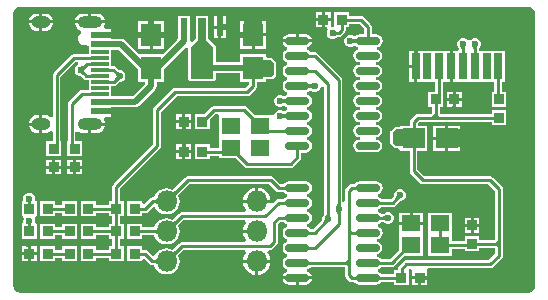
<source format=gtl>
G04*
G04 #@! TF.GenerationSoftware,Altium Limited,Altium Designer,22.6.1 (34)*
G04*
G04 Layer_Physical_Order=1*
G04 Layer_Color=39423*
%FSLAX44Y44*%
%MOMM*%
G71*
G04*
G04 #@! TF.SameCoordinates,64BB26C1-36A9-42FA-8A83-9A0FAFC5C5BC*
G04*
G04*
G04 #@! TF.FilePolarity,Positive*
G04*
G01*
G75*
%ADD11C,0.2540*%
%ADD14R,0.8500X0.8500*%
%ADD15R,1.9050X1.7145*%
%ADD16R,1.6500X1.4000*%
%ADD17R,1.6500X1.4000*%
%ADD18R,0.8500X0.8500*%
%ADD19O,2.0828X0.7000*%
%ADD20R,0.7000X2.2540*%
%ADD21R,0.5842X1.4986*%
%ADD22R,0.6604X1.4986*%
%ADD23R,1.7145X1.9050*%
%ADD24R,1.5360X0.6000*%
%ADD25R,1.5360X0.3000*%
%ADD42C,0.5080*%
%ADD43O,1.8000X1.8000*%
%ADD44O,2.1000X1.0000*%
%ADD45O,1.6000X1.0000*%
%ADD46C,0.6000*%
G36*
X442366Y245711D02*
X444371Y244371D01*
X445711Y242366D01*
X446149Y240167D01*
X446115Y240000D01*
Y12032D01*
X446115Y12025D01*
X446115Y10000D01*
X445803Y8097D01*
X445711Y7634D01*
X444371Y5629D01*
X442365Y4289D01*
X440167Y3851D01*
X440000Y3885D01*
X12032Y3885D01*
X11987Y3885D01*
X10000Y3885D01*
X8097Y4197D01*
X7634Y4289D01*
X5629Y5629D01*
X4289Y7634D01*
X3851Y9833D01*
X3885Y10000D01*
Y240000D01*
X3851Y240167D01*
X4289Y242366D01*
X5629Y244371D01*
X7634Y245711D01*
X9833Y246149D01*
X10000Y246115D01*
X440000D01*
X440167Y246149D01*
X442366Y245711D01*
D02*
G37*
%LPC*%
G36*
X272852Y241232D02*
X267840D01*
Y236220D01*
X272852D01*
Y241232D01*
D02*
G37*
G36*
X265300D02*
X260288D01*
Y236220D01*
X265300D01*
Y241232D01*
D02*
G37*
G36*
X30360Y240805D02*
X28630D01*
Y234470D01*
X37798D01*
X37706Y235168D01*
X36946Y237003D01*
X35738Y238578D01*
X34162Y239786D01*
X32328Y240546D01*
X30360Y240805D01*
D02*
G37*
G36*
X74360Y240805D02*
X70130D01*
Y234470D01*
X81798D01*
X81706Y235168D01*
X80946Y237003D01*
X79738Y238578D01*
X78163Y239786D01*
X76329Y240546D01*
X74360Y240805D01*
D02*
G37*
G36*
X26090Y240805D02*
X24360D01*
X22392Y240546D01*
X20557Y239786D01*
X18982Y238578D01*
X17774Y237003D01*
X17014Y235168D01*
X16922Y234470D01*
X26090D01*
Y240805D01*
D02*
G37*
G36*
X67590Y240805D02*
X63360D01*
X61392Y240546D01*
X59558Y239786D01*
X57983Y238578D01*
X56774Y237003D01*
X56014Y235168D01*
X55922Y234470D01*
X67590D01*
Y240805D01*
D02*
G37*
G36*
X183783Y238252D02*
X180100D01*
Y229997D01*
X183783D01*
Y238252D01*
D02*
G37*
G36*
X177560D02*
X173877D01*
Y229997D01*
X177560D01*
Y238252D01*
D02*
G37*
G36*
X265300Y233680D02*
X260288D01*
Y228668D01*
X265300D01*
Y233680D01*
D02*
G37*
G36*
X288352Y241232D02*
X275788D01*
Y230429D01*
X275343Y228642D01*
X274320Y228582D01*
X273297Y228642D01*
X272852Y230429D01*
Y233680D01*
X267840D01*
Y228668D01*
X269478D01*
X270320Y226636D01*
X270054Y226370D01*
X269288Y224521D01*
Y222519D01*
X270054Y220670D01*
X271470Y219254D01*
X273319Y218488D01*
X275321D01*
X277170Y219254D01*
X277731Y219814D01*
X277871Y219900D01*
X277968Y219990D01*
X277995Y220011D01*
X278032Y220034D01*
X278081Y220059D01*
X278148Y220086D01*
X278237Y220112D01*
X278349Y220138D01*
X278454Y220153D01*
X279400D01*
X280688Y220410D01*
X281781Y221139D01*
X284451Y223809D01*
X285180Y224902D01*
X285437Y226190D01*
Y228668D01*
X288352D01*
Y231583D01*
X297055D01*
X300719Y227920D01*
Y222810D01*
X297172D01*
X295014Y222381D01*
X293184Y221158D01*
X292252Y221436D01*
X290403Y222202D01*
X288401D01*
X286552Y221436D01*
X285136Y220020D01*
X284370Y218171D01*
Y216169D01*
X285136Y214320D01*
X286552Y212904D01*
X288401Y212138D01*
X290403D01*
X292252Y212904D01*
X293184Y213182D01*
X295014Y211959D01*
X296183Y211726D01*
Y209655D01*
X295113Y209442D01*
X293367Y208275D01*
X292200Y206529D01*
X291791Y204470D01*
X292200Y202411D01*
X293367Y200665D01*
X295113Y199498D01*
X297172Y199089D01*
Y197151D01*
X295113Y196742D01*
X293367Y195575D01*
X292200Y193829D01*
X291791Y191770D01*
X292200Y189711D01*
X293367Y187965D01*
X295113Y186798D01*
X297172Y186389D01*
Y184451D01*
X295113Y184042D01*
X293367Y182875D01*
X292200Y181129D01*
X291791Y179070D01*
X292200Y177011D01*
X293367Y175265D01*
X295113Y174098D01*
X297172Y173689D01*
Y171751D01*
X295113Y171342D01*
X293367Y170175D01*
X292200Y168429D01*
X291791Y166370D01*
X292200Y164311D01*
X293367Y162565D01*
X295113Y161398D01*
X297172Y160989D01*
Y159051D01*
X295113Y158642D01*
X293367Y157475D01*
X292200Y155729D01*
X291791Y153670D01*
X292200Y151611D01*
X293367Y149865D01*
X295113Y148698D01*
X297172Y148289D01*
Y146351D01*
X295113Y145942D01*
X293367Y144775D01*
X292200Y143029D01*
X291791Y140970D01*
X292200Y138911D01*
X293367Y137165D01*
X295113Y135998D01*
X297172Y135589D01*
Y133651D01*
X295113Y133242D01*
X293367Y132075D01*
X292200Y130329D01*
X291791Y128270D01*
X292200Y126211D01*
X293367Y124465D01*
X295113Y123298D01*
X297172Y122889D01*
X311000D01*
X313059Y123298D01*
X314805Y124465D01*
X315972Y126211D01*
X316381Y128270D01*
X315972Y130329D01*
X314805Y132075D01*
X313059Y133242D01*
X311000Y133651D01*
Y135589D01*
X313059Y135998D01*
X314805Y137165D01*
X315972Y138911D01*
X316381Y140970D01*
X315972Y143029D01*
X314805Y144775D01*
X313059Y145942D01*
X311000Y146351D01*
Y148289D01*
X313059Y148698D01*
X314805Y149865D01*
X315972Y151611D01*
X316381Y153670D01*
X315972Y155729D01*
X314805Y157475D01*
X313059Y158642D01*
X311000Y159051D01*
Y160989D01*
X313059Y161398D01*
X314805Y162565D01*
X315972Y164311D01*
X316381Y166370D01*
X315972Y168429D01*
X314805Y170175D01*
X313059Y171342D01*
X311000Y171751D01*
Y173689D01*
X313059Y174098D01*
X314805Y175265D01*
X315972Y177011D01*
X316381Y179070D01*
X315972Y181129D01*
X314805Y182875D01*
X313059Y184042D01*
X311000Y184451D01*
Y186389D01*
X313059Y186798D01*
X314805Y187965D01*
X315972Y189711D01*
X316381Y191770D01*
X315972Y193829D01*
X314805Y195575D01*
X313059Y196742D01*
X311000Y197151D01*
Y199089D01*
X313059Y199498D01*
X314805Y200665D01*
X315972Y202411D01*
X316381Y204470D01*
X315972Y206529D01*
X314805Y208275D01*
X313059Y209442D01*
X311989Y209655D01*
Y211726D01*
X313158Y211959D01*
X314988Y213182D01*
X316211Y215012D01*
X316640Y217170D01*
X316211Y219328D01*
X314988Y221158D01*
X313158Y222381D01*
X311000Y222810D01*
X307453D01*
Y229314D01*
X307196Y230602D01*
X306467Y231695D01*
X300831Y237331D01*
X299738Y238060D01*
X298450Y238317D01*
X288352D01*
Y241232D01*
D02*
G37*
G36*
X37798Y231930D02*
X28630D01*
Y225595D01*
X30360D01*
X32328Y225854D01*
X34162Y226614D01*
X35738Y227822D01*
X36946Y229398D01*
X37706Y231232D01*
X37798Y231930D01*
D02*
G37*
G36*
X26090D02*
X16922D01*
X17014Y231232D01*
X17774Y229398D01*
X18982Y227822D01*
X20557Y226614D01*
X22392Y225854D01*
X24360Y225595D01*
X26090D01*
Y231930D01*
D02*
G37*
G36*
X217614Y233807D02*
X214630D01*
Y228600D01*
X208280D01*
Y223520D01*
X217614D01*
Y233807D01*
D02*
G37*
G36*
X131255D02*
X121920D01*
Y223520D01*
X131255D01*
Y233807D01*
D02*
G37*
G36*
X199390D02*
X196406D01*
Y223520D01*
X205740D01*
Y228600D01*
X199390D01*
Y233807D01*
D02*
G37*
G36*
X119380D02*
X110045D01*
Y223520D01*
X119380D01*
Y233807D01*
D02*
G37*
G36*
X183783Y227457D02*
X180100D01*
Y219202D01*
X183783D01*
Y227457D01*
D02*
G37*
G36*
X177560D02*
X173877D01*
Y219202D01*
X177560D01*
Y227457D01*
D02*
G37*
G36*
X251468Y222810D02*
X245824D01*
Y218440D01*
X256856D01*
X256679Y219328D01*
X255456Y221158D01*
X253626Y222381D01*
X251468Y222810D01*
D02*
G37*
G36*
X243284D02*
X237640D01*
X235481Y222381D01*
X233652Y221158D01*
X232429Y219328D01*
X232252Y218440D01*
X243284D01*
Y222810D01*
D02*
G37*
G36*
X395971Y219662D02*
X393969D01*
X392120Y218896D01*
X391221Y217997D01*
X389970Y217672D01*
X388719Y217997D01*
X387820Y218896D01*
X385971Y219662D01*
X383969D01*
X382120Y218896D01*
X380704Y217480D01*
X379938Y215631D01*
Y213629D01*
X380704Y211780D01*
X381054Y211429D01*
X381083Y211374D01*
X381170Y211265D01*
X381199Y211220D01*
X381230Y211164D01*
X381261Y211093D01*
X381292Y211005D01*
X381322Y210896D01*
X381306Y210638D01*
X380718Y208882D01*
X376000D01*
Y195580D01*
Y182278D01*
X400262D01*
Y182532D01*
X409198D01*
Y182278D01*
X411363D01*
Y174052D01*
X409008D01*
Y161488D01*
X421572D01*
Y174052D01*
X418097D01*
Y182278D01*
X420262D01*
Y208882D01*
X409198D01*
Y208628D01*
X400262D01*
Y208882D01*
X399381D01*
X398694Y209741D01*
X398558Y209940D01*
X398378Y210914D01*
X398398Y210941D01*
X399236Y211780D01*
X400002Y213629D01*
Y215631D01*
X399236Y217480D01*
X397820Y218896D01*
X395971Y219662D01*
D02*
G37*
G36*
X169164Y238252D02*
X158496D01*
Y222450D01*
X158456Y222250D01*
Y219044D01*
X155251Y215839D01*
X153378Y216840D01*
X153492Y217410D01*
Y219202D01*
X153783D01*
Y238252D01*
X143877D01*
Y219202D01*
X143877Y219202D01*
X143877D01*
X142606Y217779D01*
X130695Y205867D01*
X110605D01*
X98676Y217796D01*
X97164Y218807D01*
X95380Y219162D01*
X87182D01*
Y221230D01*
X77470D01*
Y223770D01*
X87182D01*
Y227532D01*
X82076D01*
X81255Y228888D01*
X81015Y229564D01*
X81706Y231232D01*
X81798Y231930D01*
X68860D01*
X55922D01*
X56014Y231232D01*
X56774Y229398D01*
X57983Y227822D01*
X59558Y226614D01*
X61392Y225854D01*
X61509Y225839D01*
X61784Y223753D01*
X60870Y223375D01*
X59385Y221890D01*
X58582Y219950D01*
Y217850D01*
X59385Y215910D01*
X60870Y214426D01*
X62810Y213622D01*
X64910D01*
X65726Y213960D01*
X67758Y212679D01*
Y209468D01*
X68012D01*
Y206032D01*
X67758D01*
Y205867D01*
X55180D01*
X53892Y205610D01*
X52799Y204881D01*
X38259Y190341D01*
X37530Y189248D01*
X37273Y187960D01*
Y153459D01*
X36887Y153137D01*
X35241Y152558D01*
X34162Y153386D01*
X32328Y154146D01*
X30360Y154405D01*
X28630D01*
Y146800D01*
Y139195D01*
X30360D01*
X32328Y139454D01*
X34162Y140214D01*
X35241Y141042D01*
X36887Y140463D01*
X37273Y140141D01*
Y132142D01*
X31818D01*
Y119578D01*
X44382D01*
Y132142D01*
X44007D01*
Y186565D01*
X56574Y199133D01*
X58744D01*
X59148Y197101D01*
X58110Y196671D01*
X56694Y195255D01*
X55928Y193406D01*
Y191404D01*
X56694Y189555D01*
X58110Y188139D01*
X59959Y187373D01*
X60751D01*
X60911Y187335D01*
X61043Y187330D01*
X61078Y187325D01*
X61119Y187316D01*
X61172Y187298D01*
X61238Y187269D01*
X61320Y187226D01*
X61417Y187164D01*
X61502Y187101D01*
X63485Y185119D01*
X64577Y184389D01*
X65865Y184133D01*
X67758D01*
Y178968D01*
X68012D01*
Y176032D01*
X67758D01*
Y175867D01*
X62010D01*
X60722Y175610D01*
X59629Y174881D01*
X50959Y166211D01*
X50230Y165118D01*
X49973Y163830D01*
Y132142D01*
X49598D01*
Y119578D01*
X62162D01*
Y132142D01*
X56707D01*
Y139878D01*
X58739Y140842D01*
X59558Y140214D01*
X61392Y139454D01*
X63360Y139195D01*
X67590D01*
Y146800D01*
X68860D01*
Y148070D01*
X81798D01*
X81706Y148768D01*
X81015Y150436D01*
X81255Y151113D01*
X82076Y152468D01*
X87182D01*
Y156230D01*
X77470D01*
Y158770D01*
X87182D01*
Y160838D01*
X107080D01*
X108864Y161193D01*
X110376Y162204D01*
X123946Y175774D01*
X124957Y177286D01*
X125312Y179070D01*
Y182753D01*
X131255D01*
Y193242D01*
X150135Y212123D01*
X150525Y212066D01*
X152106Y211220D01*
Y185166D01*
X152264Y184373D01*
X152713Y183701D01*
X153385Y183252D01*
X154178Y183094D01*
X173482D01*
X174275Y183252D01*
X174947Y183701D01*
X175396Y184373D01*
X175554Y185166D01*
Y189648D01*
X196406D01*
Y182753D01*
X203643D01*
Y180464D01*
X200536Y177357D01*
X140970D01*
X139682Y177100D01*
X138589Y176371D01*
X123349Y161131D01*
X122620Y160038D01*
X122363Y158750D01*
Y129664D01*
X88929Y96231D01*
X88200Y95138D01*
X87943Y93850D01*
Y81212D01*
X85028D01*
Y78297D01*
X73722D01*
Y81212D01*
X61158D01*
Y68648D01*
X73722D01*
Y71563D01*
X85028D01*
Y68648D01*
X87943D01*
Y62162D01*
X85028D01*
Y59247D01*
X73722D01*
Y62162D01*
X61158D01*
Y49598D01*
X73722D01*
Y52513D01*
X85028D01*
Y49598D01*
X87943D01*
Y43112D01*
X85028D01*
Y40197D01*
X73722D01*
Y43112D01*
X61158D01*
Y30548D01*
X73722D01*
Y33463D01*
X85028D01*
Y30548D01*
X97592D01*
Y43112D01*
X94677D01*
Y49598D01*
X97592D01*
Y62162D01*
X94677D01*
Y68648D01*
X97592D01*
Y81212D01*
X94677D01*
Y92456D01*
X128111Y125889D01*
X128840Y126982D01*
X129097Y128270D01*
Y157355D01*
X142365Y170623D01*
X201930D01*
X203218Y170880D01*
X204311Y171609D01*
X209391Y176689D01*
X210120Y177782D01*
X210377Y179070D01*
Y182753D01*
X217614D01*
Y184618D01*
X222250D01*
X223043Y184776D01*
X223715Y185225D01*
X223715Y185225D01*
X226255Y187765D01*
X226255Y187765D01*
X226704Y188437D01*
X226862Y189230D01*
X226862Y189230D01*
Y197859D01*
X226704Y198652D01*
X226255Y199324D01*
X226255Y199324D01*
X223454Y202125D01*
X223454Y202125D01*
X223118Y202349D01*
X222782Y202574D01*
X221989Y202732D01*
X221989Y202732D01*
X219051Y202732D01*
X217614Y204169D01*
Y205867D01*
X196406D01*
Y198972D01*
X175554D01*
Y211836D01*
X175396Y212629D01*
X174947Y213301D01*
X174947Y213301D01*
X169204Y219044D01*
Y222250D01*
X169164Y222450D01*
Y238252D01*
D02*
G37*
G36*
X217614Y220980D02*
X208280D01*
Y210693D01*
X217614D01*
Y220980D01*
D02*
G37*
G36*
X205740D02*
X196406D01*
Y210693D01*
X205740D01*
Y220980D01*
D02*
G37*
G36*
X131255D02*
X121920D01*
Y210693D01*
X131255D01*
Y220980D01*
D02*
G37*
G36*
X119380D02*
X110045D01*
Y210693D01*
X119380D01*
Y220980D01*
D02*
G37*
G36*
X343460Y208882D02*
X339198D01*
Y196850D01*
X343460D01*
Y208882D01*
D02*
G37*
G36*
Y194310D02*
X339198D01*
Y182278D01*
X343460D01*
Y194310D01*
D02*
G37*
G36*
X383602Y173922D02*
X378590D01*
Y168910D01*
X383602D01*
Y173922D01*
D02*
G37*
G36*
X376050D02*
X371038D01*
Y168910D01*
X376050D01*
Y173922D01*
D02*
G37*
G36*
X383602Y166370D02*
X378590D01*
Y163398D01*
X378598Y163093D01*
X378623Y162803D01*
X378665Y162528D01*
X378723Y162268D01*
X378797Y162023D01*
X378889Y161793D01*
X378997Y161578D01*
X379121Y161378D01*
X379136Y161358D01*
X383602D01*
Y166370D01*
D02*
G37*
G36*
X376050D02*
X371038D01*
Y161358D01*
X375504D01*
X375519Y161378D01*
X375643Y161578D01*
X375751Y161793D01*
X375843Y162023D01*
X375917Y162268D01*
X375975Y162528D01*
X376017Y162803D01*
X376042Y163093D01*
X376050Y163398D01*
D01*
Y166370D01*
D02*
G37*
G36*
X154742Y154872D02*
X149730D01*
Y149860D01*
X154742D01*
Y154872D01*
D02*
G37*
G36*
X147190D02*
X142178D01*
Y149860D01*
X147190D01*
Y154872D01*
D02*
G37*
G36*
X26090Y154405D02*
X24360D01*
X22392Y154146D01*
X20557Y153386D01*
X18982Y152177D01*
X17774Y150603D01*
X17014Y148768D01*
X16922Y148070D01*
X26090D01*
Y154405D01*
D02*
G37*
G36*
X256856Y215900D02*
X244554D01*
X232252D01*
X232429Y215012D01*
X233652Y213182D01*
X235481Y211959D01*
X236000Y211856D01*
Y209784D01*
X235481Y209681D01*
X233652Y208458D01*
X232429Y206628D01*
X232000Y204470D01*
X232429Y202311D01*
X233652Y200482D01*
X235481Y199259D01*
X236000Y199156D01*
Y197084D01*
X235481Y196981D01*
X233652Y195758D01*
X232429Y193929D01*
X232000Y191770D01*
X232429Y189611D01*
X233652Y187782D01*
X235481Y186559D01*
X236000Y186456D01*
Y184384D01*
X235481Y184281D01*
X233652Y183058D01*
X232429Y181229D01*
X232000Y179070D01*
X232429Y176912D01*
X233652Y175082D01*
X235481Y173859D01*
X236000Y173756D01*
Y171684D01*
X235481Y171581D01*
X233652Y170358D01*
X232720Y170636D01*
X230871Y171402D01*
X228869D01*
X227020Y170636D01*
X225604Y169220D01*
X224838Y167371D01*
Y165369D01*
X225604Y163520D01*
X227020Y162104D01*
X228869Y161338D01*
X230871D01*
X232720Y162104D01*
X233652Y162382D01*
X235481Y161159D01*
X236000Y161056D01*
Y158984D01*
X235481Y158881D01*
X233652Y157658D01*
X232720Y157936D01*
X230871Y158702D01*
X228869D01*
X227020Y157936D01*
X225604Y156520D01*
X224928Y154889D01*
X223611Y154345D01*
X222961Y154173D01*
X222806Y154173D01*
X208640D01*
X201682Y161131D01*
X200590Y161860D01*
X199302Y162117D01*
X174310D01*
X173022Y161860D01*
X171929Y161131D01*
X165671Y154872D01*
X157678D01*
Y142308D01*
X170242D01*
Y149921D01*
X175196Y154875D01*
X177514Y154846D01*
X178381Y153919D01*
X178381Y153351D01*
Y137598D01*
X178127Y135671D01*
X178127Y134436D01*
Y126557D01*
X170242D01*
Y129472D01*
X157678D01*
Y116908D01*
X170242D01*
Y119823D01*
X178127D01*
Y117607D01*
X192680D01*
X199638Y110649D01*
X200730Y109920D01*
X202018Y109663D01*
X238760D01*
X240048Y109920D01*
X241141Y110649D01*
X246935Y116443D01*
X247664Y117536D01*
X247921Y118824D01*
Y122630D01*
X251468D01*
X253626Y123059D01*
X255456Y124282D01*
X256679Y126111D01*
X257108Y128270D01*
X256679Y130428D01*
X255456Y132258D01*
X253626Y133481D01*
X253108Y133584D01*
Y135656D01*
X253626Y135759D01*
X255456Y136982D01*
X256679Y138812D01*
X257108Y140970D01*
X256679Y143128D01*
X255456Y144958D01*
X253626Y146181D01*
X253108Y146284D01*
Y148356D01*
X253626Y148459D01*
X255456Y149682D01*
X256679Y151511D01*
X257108Y153670D01*
X256679Y155829D01*
X255456Y157658D01*
X253626Y158881D01*
X253108Y158984D01*
Y161056D01*
X253626Y161159D01*
X255456Y162382D01*
X256679Y164212D01*
X257108Y166370D01*
X256679Y168528D01*
X255456Y170358D01*
X253626Y171581D01*
X253108Y171684D01*
Y173756D01*
X253626Y173859D01*
X255456Y175082D01*
X256388Y174804D01*
X258237Y174038D01*
X260239D01*
X262088Y174804D01*
X263504Y176220D01*
X264118Y177701D01*
X265491Y178390D01*
X266302Y178604D01*
X267143Y177973D01*
Y70174D01*
X267128Y70069D01*
X267103Y69957D01*
X267076Y69868D01*
X267049Y69801D01*
X267024Y69752D01*
X267001Y69715D01*
X266980Y69688D01*
X266890Y69591D01*
X266804Y69451D01*
X266244Y68890D01*
X265478Y67041D01*
Y66249D01*
X265440Y66089D01*
X265435Y65957D01*
X265430Y65922D01*
X265420Y65880D01*
X265403Y65828D01*
X265374Y65761D01*
X265331Y65680D01*
X265269Y65583D01*
X265207Y65498D01*
X257769Y58060D01*
X255737Y58178D01*
X255456Y58598D01*
X253626Y59821D01*
X253108Y59924D01*
Y61996D01*
X253626Y62099D01*
X255456Y63322D01*
X256679Y65152D01*
X257108Y67310D01*
X256679Y69468D01*
X255456Y71298D01*
X253626Y72521D01*
X253108Y72624D01*
Y74696D01*
X253626Y74799D01*
X255456Y76022D01*
X256679Y77852D01*
X257108Y80010D01*
X256679Y82169D01*
X255456Y83998D01*
X253626Y85221D01*
X253108Y85324D01*
Y87396D01*
X253626Y87499D01*
X255456Y88722D01*
X256679Y90552D01*
X257108Y92710D01*
X256679Y94868D01*
X255456Y96698D01*
X253626Y97921D01*
X251468Y98350D01*
X237640D01*
X235481Y97921D01*
X233652Y96698D01*
X233236Y96077D01*
X229995D01*
X224631Y101441D01*
X223538Y102170D01*
X222250Y102427D01*
X151560D01*
X150272Y102170D01*
X149179Y101441D01*
X139162Y91423D01*
X139028Y91308D01*
X138949Y91250D01*
X136780Y92148D01*
X133900Y92527D01*
X131020Y92148D01*
X128336Y91036D01*
X126032Y89268D01*
X124264Y86964D01*
X123365Y84795D01*
X123268Y84781D01*
X123091Y84767D01*
X122040D01*
X120752Y84510D01*
X119659Y83781D01*
X115124Y79245D01*
X113092Y80087D01*
Y81212D01*
X100528D01*
Y68648D01*
X113092D01*
Y71563D01*
X115570D01*
X116858Y71820D01*
X117951Y72549D01*
X122084Y76683D01*
X124077Y76287D01*
X124264Y75836D01*
X126032Y73532D01*
X128336Y71764D01*
X131020Y70652D01*
X133900Y70273D01*
X136780Y70652D01*
X139464Y71764D01*
X141768Y73532D01*
X143536Y75836D01*
X144648Y78520D01*
X145027Y81400D01*
X144648Y84280D01*
X143750Y86449D01*
X143808Y86528D01*
X143924Y86662D01*
X152955Y95693D01*
X220856D01*
X226219Y90329D01*
X227312Y89600D01*
X228600Y89343D01*
X233236D01*
X233652Y88722D01*
X235481Y87499D01*
X236000Y87396D01*
Y85324D01*
X235481Y85221D01*
X233652Y83998D01*
X233236Y83377D01*
X228600D01*
X227312Y83120D01*
X226219Y82391D01*
X223571Y79742D01*
X222784Y80130D01*
X210100D01*
X198628D01*
X198857Y78387D01*
X200020Y75580D01*
X201249Y73979D01*
X200247Y71947D01*
X146480D01*
X145192Y71690D01*
X144099Y70961D01*
X139162Y66023D01*
X139028Y65908D01*
X138949Y65850D01*
X136780Y66748D01*
X133900Y67127D01*
X131020Y66748D01*
X128336Y65636D01*
X126032Y63868D01*
X124264Y61564D01*
X123313Y59269D01*
X123252Y59260D01*
X123077Y59247D01*
X113092D01*
Y62162D01*
X100528D01*
Y49598D01*
X113092D01*
Y52513D01*
X123105D01*
X123284Y52499D01*
X123417Y52480D01*
X124264Y50436D01*
X126032Y48132D01*
X128336Y46364D01*
X131020Y45252D01*
X133900Y44873D01*
X136780Y45252D01*
X139464Y46364D01*
X141768Y48132D01*
X143536Y50436D01*
X144648Y53120D01*
X145027Y56000D01*
X144648Y58880D01*
X143750Y61049D01*
X143808Y61128D01*
X143924Y61262D01*
X147875Y65213D01*
X200063D01*
X201065Y63181D01*
X200020Y61820D01*
X198857Y59012D01*
X198628Y57270D01*
X210100D01*
Y54730D01*
X198628D01*
X198857Y52987D01*
X200020Y50180D01*
X201249Y48579D01*
X200247Y46547D01*
X146480D01*
X145192Y46290D01*
X144099Y45561D01*
X139162Y40623D01*
X139028Y40508D01*
X138949Y40450D01*
X136780Y41348D01*
X133900Y41727D01*
X131020Y41348D01*
X128336Y40236D01*
X126032Y38468D01*
X124264Y36164D01*
X124149Y35886D01*
X121752Y35410D01*
X117951Y39211D01*
X116858Y39940D01*
X115570Y40197D01*
X113092D01*
Y43112D01*
X100528D01*
Y30548D01*
X113092D01*
Y31673D01*
X115124Y32515D01*
X119419Y28219D01*
X120512Y27490D01*
X121800Y27233D01*
X123091D01*
X123268Y27220D01*
X123365Y27205D01*
X124264Y25036D01*
X126032Y22732D01*
X128336Y20964D01*
X131020Y19852D01*
X133900Y19473D01*
X136780Y19852D01*
X139464Y20964D01*
X141768Y22732D01*
X143536Y25036D01*
X144648Y27720D01*
X145027Y30600D01*
X144648Y33480D01*
X143750Y35649D01*
X143808Y35728D01*
X143924Y35862D01*
X147875Y39813D01*
X200063D01*
X201065Y37781D01*
X200020Y36420D01*
X198857Y33612D01*
X198628Y31870D01*
X210100D01*
X221572D01*
X221343Y33612D01*
X220180Y36420D01*
X219135Y37781D01*
X220138Y39813D01*
X220980D01*
X222268Y40070D01*
X223361Y40799D01*
X227171Y44609D01*
X227900Y45702D01*
X228157Y46990D01*
Y62105D01*
X229995Y63943D01*
X233236D01*
X233652Y63322D01*
X235481Y62099D01*
X236000Y61996D01*
Y59924D01*
X235481Y59821D01*
X233652Y58598D01*
X232429Y56768D01*
X232000Y54610D01*
X232429Y52452D01*
X233652Y50622D01*
X235481Y49399D01*
X236000Y49296D01*
Y47224D01*
X235481Y47121D01*
X233652Y45898D01*
X232429Y44068D01*
X232000Y41910D01*
X232429Y39752D01*
X233652Y37922D01*
X235481Y36699D01*
X236000Y36596D01*
Y34524D01*
X235481Y34421D01*
X233652Y33198D01*
X232429Y31369D01*
X232000Y29210D01*
X232429Y27051D01*
X233652Y25222D01*
X235481Y23999D01*
X236000Y23896D01*
Y21824D01*
X235481Y21721D01*
X233652Y20498D01*
X232429Y18669D01*
X232252Y17780D01*
X244554D01*
X256856D01*
X256679Y18669D01*
X255456Y20498D01*
X253626Y21721D01*
X253108Y21824D01*
Y23896D01*
X253626Y23999D01*
X255456Y25222D01*
X255872Y25843D01*
X284917D01*
X284923Y25837D01*
Y19050D01*
X285180Y17762D01*
X285909Y16669D01*
X288449Y14129D01*
X289542Y13400D01*
X290830Y13143D01*
X292768D01*
X293184Y12522D01*
X295014Y11299D01*
X297172Y10870D01*
X311000D01*
X313158Y11299D01*
X314988Y12522D01*
X315404Y13143D01*
X326328D01*
Y10228D01*
X338892D01*
Y22792D01*
X338892D01*
X339304Y24006D01*
X340457D01*
X341828Y22144D01*
Y17780D01*
X354392D01*
Y22541D01*
X354392Y22792D01*
X354997Y24573D01*
X407670D01*
X408958Y24830D01*
X410051Y25559D01*
X417541Y33049D01*
X418270Y34142D01*
X418527Y35430D01*
Y45590D01*
Y91570D01*
X418270Y92858D01*
X417541Y93951D01*
X410051Y101441D01*
X408958Y102170D01*
X407670Y102427D01*
X351914D01*
X346267Y108075D01*
Y124016D01*
X354457D01*
Y145225D01*
X346414D01*
X346328Y147256D01*
X347975Y148903D01*
X409008D01*
Y145988D01*
X421572D01*
Y158552D01*
X409008D01*
Y155637D01*
X365323D01*
X365187Y155773D01*
Y161358D01*
X368102D01*
Y173922D01*
X368097D01*
Y182278D01*
X373460D01*
Y195580D01*
Y208882D01*
X359198D01*
Y208628D01*
X350262D01*
Y208882D01*
X346000D01*
Y195580D01*
Y182278D01*
X350262D01*
Y182532D01*
X359198D01*
Y182278D01*
X361363D01*
Y173922D01*
X355538D01*
Y161358D01*
X358453D01*
Y155773D01*
X358317Y155637D01*
X346580D01*
X345292Y155380D01*
X344199Y154651D01*
X340519Y150971D01*
X339790Y149878D01*
X339533Y148590D01*
Y145225D01*
X331343D01*
Y144312D01*
X327660D01*
X326867Y144154D01*
X326195Y143705D01*
X326195Y143705D01*
X323655Y141165D01*
X323655Y141165D01*
X323206Y140493D01*
X323048Y139700D01*
X323048Y139700D01*
Y131071D01*
X323206Y130278D01*
X323655Y129606D01*
X323655Y129606D01*
X326456Y126805D01*
X326456Y126805D01*
X327128Y126356D01*
X327921Y126198D01*
X327921Y126198D01*
X329906Y126198D01*
X331343Y124761D01*
Y124016D01*
X339533D01*
Y106680D01*
X339790Y105392D01*
X340519Y104299D01*
X348139Y96679D01*
X349232Y95950D01*
X350520Y95693D01*
X406275D01*
X411793Y90176D01*
Y48963D01*
X411787Y48957D01*
X398712D01*
Y51872D01*
X386148D01*
Y47456D01*
X375593D01*
Y53121D01*
X375593D01*
X375593Y53559D01*
X375593D01*
Y71623D01*
X355029D01*
Y53559D01*
X355029D01*
X355029Y53121D01*
X355029D01*
Y35057D01*
X375593D01*
Y40722D01*
X386148D01*
Y39308D01*
X398712D01*
Y42223D01*
X411787D01*
X411793Y42217D01*
Y36825D01*
X406275Y31307D01*
X336550D01*
X335262Y31050D01*
X334169Y30321D01*
X330359Y26511D01*
X329630Y25418D01*
X329373Y24130D01*
Y22792D01*
X326328D01*
Y19877D01*
X315404D01*
X314988Y20498D01*
X313158Y21721D01*
X312640Y21824D01*
Y23896D01*
X313158Y23999D01*
X314988Y25222D01*
X315404Y25843D01*
X324554D01*
X325842Y26100D01*
X326934Y26829D01*
X335162Y35057D01*
X351091D01*
Y51527D01*
X351091Y53121D01*
X351091Y55153D01*
Y61321D01*
X330527D01*
Y55153D01*
X330527Y53559D01*
X330527Y51527D01*
Y39945D01*
X323159Y32577D01*
X315404D01*
X314988Y33198D01*
X313158Y34421D01*
X311989Y34654D01*
Y36725D01*
X313059Y36938D01*
X314805Y38105D01*
X315972Y39851D01*
X316381Y41910D01*
X315972Y43969D01*
X314805Y45715D01*
X313059Y46882D01*
X311989Y47095D01*
Y49166D01*
X313158Y49399D01*
X314988Y50622D01*
X316211Y52452D01*
X316640Y54610D01*
X316211Y56768D01*
X314988Y58598D01*
X313158Y59821D01*
X312640Y59924D01*
Y61996D01*
X313158Y62099D01*
X314988Y63322D01*
X315404Y63943D01*
X317176D01*
X317281Y63928D01*
X317393Y63903D01*
X317482Y63875D01*
X317549Y63849D01*
X317598Y63824D01*
X317635Y63801D01*
X317662Y63780D01*
X317759Y63690D01*
X317899Y63604D01*
X318460Y63044D01*
X320309Y62278D01*
X322311D01*
X324160Y63044D01*
X325576Y64460D01*
X326342Y66309D01*
Y68311D01*
X325576Y70160D01*
X324160Y71576D01*
X322311Y72342D01*
X320309D01*
X318460Y71576D01*
X317899Y71016D01*
X317759Y70930D01*
X317662Y70840D01*
X317635Y70819D01*
X317598Y70796D01*
X317549Y70771D01*
X317482Y70745D01*
X317393Y70718D01*
X317281Y70693D01*
X317176Y70677D01*
X315404D01*
X314988Y71298D01*
X313158Y72521D01*
X312640Y72624D01*
Y74696D01*
X313158Y74799D01*
X314988Y76022D01*
X315404Y76643D01*
X325120D01*
X326408Y76900D01*
X327501Y77629D01*
X330928Y81056D01*
X331013Y81119D01*
X331110Y81181D01*
X331191Y81224D01*
X331258Y81253D01*
X331311Y81271D01*
X331352Y81280D01*
X331387Y81285D01*
X331519Y81290D01*
X331679Y81328D01*
X332471D01*
X334320Y82094D01*
X335736Y83510D01*
X336502Y85359D01*
Y87361D01*
X335736Y89210D01*
X334320Y90626D01*
X332471Y91392D01*
X330469D01*
X328620Y90626D01*
X327204Y89210D01*
X326438Y87361D01*
Y86569D01*
X326400Y86409D01*
X326395Y86277D01*
X326390Y86242D01*
X326381Y86201D01*
X326363Y86148D01*
X326334Y86081D01*
X326291Y86000D01*
X326229Y85903D01*
X326166Y85818D01*
X323726Y83377D01*
X315404D01*
X314988Y83998D01*
X313158Y85221D01*
X312640Y85324D01*
Y87396D01*
X313158Y87499D01*
X314988Y88722D01*
X316211Y90552D01*
X316640Y92710D01*
X316211Y94868D01*
X314988Y96698D01*
X313158Y97921D01*
X311000Y98350D01*
X297172D01*
X295014Y97921D01*
X293184Y96698D01*
X292768Y96077D01*
X290830D01*
X289542Y95820D01*
X288449Y95091D01*
X285909Y92551D01*
X285180Y91458D01*
X284923Y90170D01*
Y81597D01*
X282891Y80422D01*
X282800Y80474D01*
X282767Y80550D01*
Y184150D01*
X282510Y185438D01*
X281781Y186531D01*
X261461Y206851D01*
X260368Y207580D01*
X259080Y207837D01*
X255872D01*
X255456Y208458D01*
X253626Y209681D01*
X253108Y209784D01*
Y211856D01*
X253626Y211959D01*
X255456Y213182D01*
X256679Y215012D01*
X256856Y215900D01*
D02*
G37*
G36*
X154742Y147320D02*
X149730D01*
Y142308D01*
X154742D01*
Y147320D01*
D02*
G37*
G36*
X147190D02*
X142178D01*
Y142308D01*
X147190D01*
Y147320D01*
D02*
G37*
G36*
X382397Y145225D02*
X372110D01*
Y142240D01*
X382397D01*
Y145225D01*
D02*
G37*
G36*
X81798Y145530D02*
X70130D01*
Y139195D01*
X74360D01*
X76329Y139454D01*
X78163Y140214D01*
X79738Y141422D01*
X80946Y142998D01*
X81706Y144832D01*
X81798Y145530D01*
D02*
G37*
G36*
X26090Y145530D02*
X16922D01*
X17014Y144832D01*
X17774Y142997D01*
X18982Y141422D01*
X20557Y140214D01*
X22392Y139454D01*
X24360Y139195D01*
X26090D01*
Y145530D01*
D02*
G37*
G36*
X369570Y145225D02*
X359283D01*
Y135890D01*
X369570D01*
Y145225D01*
D02*
G37*
G36*
X154742Y129472D02*
X149730D01*
Y124460D01*
X154742D01*
Y129472D01*
D02*
G37*
G36*
X147190D02*
X142178D01*
Y124460D01*
X147190D01*
Y129472D01*
D02*
G37*
G36*
X372110Y127000D02*
Y124016D01*
X382397D01*
Y127000D01*
X372110D01*
D02*
G37*
G36*
X369570Y133350D02*
X359283D01*
Y124016D01*
X369570D01*
Y133350D01*
D02*
G37*
G36*
X154742Y121920D02*
X149730D01*
Y116908D01*
X154742D01*
Y121920D01*
D02*
G37*
G36*
X147190D02*
X142178D01*
Y116908D01*
X147190D01*
Y121920D01*
D02*
G37*
G36*
X62162Y116642D02*
X57150D01*
Y111630D01*
X62162D01*
Y116642D01*
D02*
G37*
G36*
X44382D02*
X39370D01*
Y111630D01*
X44382D01*
Y116642D01*
D02*
G37*
G36*
X54610D02*
X49598D01*
Y111630D01*
X54610D01*
Y116642D01*
D02*
G37*
G36*
X36830D02*
X31818D01*
Y111630D01*
X36830D01*
Y116642D01*
D02*
G37*
G36*
X62162Y109090D02*
X57150D01*
Y104078D01*
X62162D01*
Y109090D01*
D02*
G37*
G36*
X54610D02*
X49598D01*
Y104078D01*
X54610D01*
Y109090D01*
D02*
G37*
G36*
X44382D02*
X39370D01*
Y104078D01*
X44382D01*
Y109090D01*
D02*
G37*
G36*
X36830D02*
X31818D01*
Y104078D01*
X36830D01*
Y109090D01*
D02*
G37*
G36*
X211370Y92872D02*
Y82670D01*
X221572D01*
X221343Y84412D01*
X220180Y87220D01*
X218330Y89630D01*
X215920Y91480D01*
X213113Y92643D01*
X211370Y92872D01*
D02*
G37*
G36*
X208830D02*
X207087Y92643D01*
X204280Y91480D01*
X201870Y89630D01*
X200020Y87220D01*
X198857Y84412D01*
X198628Y82670D01*
X208830D01*
Y92872D01*
D02*
G37*
G36*
X58222Y81212D02*
X45658D01*
Y78297D01*
X39432D01*
Y81212D01*
X26868D01*
Y68648D01*
X39432D01*
Y71563D01*
X45658D01*
Y68648D01*
X58222D01*
Y81212D01*
D02*
G37*
G36*
X351091Y71623D02*
X342079D01*
Y63861D01*
X351091D01*
Y71623D01*
D02*
G37*
G36*
X339539D02*
X330527D01*
Y63861D01*
X339539D01*
Y71623D01*
D02*
G37*
G36*
X398712Y67372D02*
X393700D01*
Y62360D01*
X398712D01*
Y67372D01*
D02*
G37*
G36*
X391160D02*
X386148D01*
Y62360D01*
X391160D01*
Y67372D01*
D02*
G37*
G36*
X58222Y62162D02*
X45658D01*
Y59247D01*
X39432D01*
Y62162D01*
X26868D01*
Y49598D01*
X39432D01*
Y52513D01*
X45658D01*
Y49598D01*
X58222D01*
Y62162D01*
D02*
G37*
G36*
X398712Y59820D02*
X393700D01*
Y54808D01*
X398712D01*
Y59820D01*
D02*
G37*
G36*
X391160D02*
X386148D01*
Y54808D01*
X391160D01*
Y59820D01*
D02*
G37*
G36*
X18651Y88722D02*
X16649D01*
X14800Y87956D01*
X13384Y86540D01*
X12618Y84691D01*
Y82689D01*
X11631Y81212D01*
X11368D01*
Y68648D01*
X11887D01*
X13022Y66616D01*
X12618Y65641D01*
Y63639D01*
X11631Y62162D01*
X11368D01*
Y49598D01*
X23932D01*
Y62162D01*
X23669D01*
X22682Y63639D01*
Y65641D01*
X22278Y66616D01*
X23413Y68648D01*
X23932D01*
Y81212D01*
X23669D01*
X22682Y82689D01*
Y84691D01*
X21916Y86540D01*
X20500Y87956D01*
X18651Y88722D01*
D02*
G37*
G36*
X58222Y43112D02*
X45658D01*
Y40197D01*
X39432D01*
Y43112D01*
X26868D01*
Y30548D01*
X39432D01*
Y33463D01*
X45658D01*
Y30548D01*
X58222D01*
Y43112D01*
D02*
G37*
G36*
X23932D02*
X19466D01*
X19451Y43092D01*
X19327Y42892D01*
X19219Y42677D01*
X19128Y42447D01*
X19053Y42202D01*
X18995Y41942D01*
X18953Y41667D01*
X18928Y41377D01*
X18920Y41072D01*
Y38100D01*
X23932D01*
Y43112D01*
D02*
G37*
G36*
X15834D02*
X11368D01*
Y38100D01*
X16380D01*
Y41072D01*
X16372Y41377D01*
X16347Y41667D01*
X16305Y41942D01*
X16247Y42202D01*
X16172Y42447D01*
X16081Y42677D01*
X15973Y42892D01*
X15849Y43092D01*
X15834Y43112D01*
D02*
G37*
G36*
X23932Y35560D02*
X18920D01*
Y30548D01*
X23932D01*
Y35560D01*
D02*
G37*
G36*
X16380D02*
X11368D01*
Y30548D01*
X16380D01*
Y35560D01*
D02*
G37*
G36*
X221572Y29330D02*
X211370D01*
Y19128D01*
X213113Y19357D01*
X215920Y20520D01*
X218330Y22370D01*
X220180Y24780D01*
X221343Y27587D01*
X221572Y29330D01*
D02*
G37*
G36*
X208830D02*
X198628D01*
X198857Y27587D01*
X200020Y24780D01*
X201870Y22370D01*
X204280Y20520D01*
X207087Y19357D01*
X208830Y19128D01*
Y29330D01*
D02*
G37*
G36*
X256856Y15240D02*
X245824D01*
Y10870D01*
X251468D01*
X253626Y11299D01*
X255456Y12522D01*
X256679Y14352D01*
X256856Y15240D01*
D02*
G37*
G36*
X243284D02*
X232252D01*
X232429Y14352D01*
X233652Y12522D01*
X235481Y11299D01*
X237640Y10870D01*
X243284D01*
Y15240D01*
D02*
G37*
G36*
X354392D02*
X349380D01*
Y10228D01*
X354392D01*
Y15240D01*
D02*
G37*
G36*
X346840D02*
X341828D01*
Y10228D01*
X346840D01*
Y15240D01*
D02*
G37*
%LPD*%
G36*
X276633Y225462D02*
X276818Y225321D01*
X277018Y225197D01*
X277233Y225089D01*
X277463Y224998D01*
X277708Y224923D01*
X277968Y224865D01*
X278243Y224823D01*
X278533Y224798D01*
X278838Y224790D01*
Y222250D01*
X278533Y222242D01*
X278243Y222217D01*
X277968Y222175D01*
X277708Y222117D01*
X277463Y222043D01*
X277233Y221951D01*
X277018Y221843D01*
X276818Y221719D01*
X276633Y221578D01*
X276462Y221420D01*
Y225620D01*
X276633Y225462D01*
D02*
G37*
G36*
X291715Y219112D02*
X291900Y218971D01*
X292100Y218847D01*
X292315Y218739D01*
X292545Y218647D01*
X292790Y218573D01*
X293050Y218515D01*
X293325Y218473D01*
X293615Y218448D01*
X293920Y218440D01*
Y215900D01*
X293615Y215892D01*
X293325Y215867D01*
X293050Y215825D01*
X292790Y215767D01*
X292545Y215693D01*
X292315Y215601D01*
X292100Y215493D01*
X291900Y215369D01*
X291715Y215228D01*
X291544Y215070D01*
Y219270D01*
X291715Y219112D01*
D02*
G37*
G36*
X396892Y212326D02*
X396722Y212169D01*
X396571Y211996D01*
X396437Y211806D01*
X396321Y211599D01*
X396223Y211376D01*
X396143Y211136D01*
X396080Y210880D01*
X396036Y210607D01*
X396009Y210318D01*
X396000Y210012D01*
X393460Y210238D01*
X393452Y210542D01*
X393430Y210833D01*
X393392Y211110D01*
X393339Y211373D01*
X393271Y211622D01*
X393188Y211858D01*
X393090Y212079D01*
X392977Y212288D01*
X392849Y212482D01*
X392705Y212662D01*
X396892Y212326D01*
D02*
G37*
G36*
X386892D02*
X386722Y212169D01*
X386571Y211996D01*
X386437Y211806D01*
X386321Y211599D01*
X386223Y211376D01*
X386143Y211136D01*
X386080Y210880D01*
X386036Y210607D01*
X386009Y210318D01*
X386000Y210012D01*
X383460Y210238D01*
X383452Y210542D01*
X383430Y210833D01*
X383392Y211110D01*
X383339Y211373D01*
X383271Y211622D01*
X383188Y211858D01*
X383090Y212079D01*
X382977Y212288D01*
X382849Y212482D01*
X382705Y212662D01*
X386892Y212326D01*
D02*
G37*
G36*
X65053Y194702D02*
X64843Y194480D01*
X64655Y194258D01*
X64490Y194034D01*
X64348Y193809D01*
X64227Y193583D01*
X64129Y193356D01*
X64053Y193127D01*
X64000Y192898D01*
X63969Y192667D01*
X63960Y192435D01*
X60990Y195405D01*
X61222Y195414D01*
X61453Y195445D01*
X61682Y195498D01*
X61911Y195574D01*
X62138Y195672D01*
X62364Y195793D01*
X62589Y195935D01*
X62812Y196101D01*
X63035Y196288D01*
X63257Y196498D01*
X65053Y194702D01*
D02*
G37*
G36*
X63969Y192143D02*
X64000Y191912D01*
X64053Y191683D01*
X64129Y191455D01*
X64227Y191227D01*
X64348Y191001D01*
X64490Y190776D01*
X64655Y190553D01*
X64843Y190330D01*
X65053Y190108D01*
X63257Y188312D01*
X63035Y188522D01*
X62812Y188710D01*
X62589Y188875D01*
X62364Y189017D01*
X62138Y189138D01*
X61911Y189236D01*
X61682Y189312D01*
X61453Y189365D01*
X61222Y189396D01*
X60990Y189405D01*
X63960Y192375D01*
X63969Y192143D01*
D02*
G37*
G36*
X91905Y191208D02*
X92128Y191021D01*
X92351Y190855D01*
X92576Y190713D01*
X92802Y190592D01*
X93029Y190494D01*
X93258Y190418D01*
X93487Y190365D01*
X93718Y190334D01*
X93950Y190325D01*
X90980Y187355D01*
X90971Y187587D01*
X90940Y187818D01*
X90887Y188047D01*
X90811Y188276D01*
X90713Y188503D01*
X90592Y188729D01*
X90450Y188954D01*
X90285Y189177D01*
X90097Y189400D01*
X89887Y189622D01*
X91683Y191418D01*
X91905Y191208D01*
D02*
G37*
G36*
X224790Y197859D02*
Y189230D01*
X222250Y186690D01*
X207010D01*
Y200660D01*
X221989Y200660D01*
X224790Y197859D01*
D02*
G37*
G36*
X167132Y218186D02*
X173482Y211836D01*
Y185166D01*
X154178D01*
Y211836D01*
X160528Y218186D01*
Y222250D01*
X167132D01*
Y218186D01*
D02*
G37*
G36*
X93950Y184325D02*
X93718Y184316D01*
X93487Y184285D01*
X93258Y184232D01*
X93029Y184156D01*
X92802Y184058D01*
X92576Y183937D01*
X92351Y183795D01*
X92128Y183629D01*
X91905Y183442D01*
X91683Y183232D01*
X89887Y185028D01*
X90097Y185250D01*
X90285Y185473D01*
X90450Y185696D01*
X90592Y185921D01*
X90713Y186147D01*
X90811Y186374D01*
X90887Y186603D01*
X90940Y186832D01*
X90971Y187063D01*
X90980Y187295D01*
X93950Y184325D01*
D02*
G37*
G36*
X110045Y193242D02*
Y182753D01*
X115313D01*
X115709Y180721D01*
X105149Y170162D01*
X87182D01*
Y176032D01*
X86928D01*
Y178968D01*
X87182D01*
Y179133D01*
X89155D01*
X90443Y179389D01*
X91536Y180119D01*
X93438Y182022D01*
X93523Y182084D01*
X93620Y182146D01*
X93701Y182189D01*
X93768Y182218D01*
X93821Y182236D01*
X93862Y182245D01*
X93897Y182250D01*
X94029Y182255D01*
X94189Y182293D01*
X94981D01*
X96830Y183059D01*
X98246Y184475D01*
X99012Y186324D01*
Y188326D01*
X98246Y190175D01*
X96830Y191591D01*
X94981Y192357D01*
X94189D01*
X94029Y192395D01*
X93897Y192400D01*
X93862Y192405D01*
X93820Y192414D01*
X93768Y192432D01*
X93701Y192461D01*
X93620Y192504D01*
X93523Y192566D01*
X93438Y192628D01*
X91186Y194881D01*
X90093Y195610D01*
X88805Y195867D01*
X87182D01*
Y206032D01*
X86928D01*
Y209468D01*
X87182D01*
Y209839D01*
X93449D01*
X110045Y193242D01*
D02*
G37*
G36*
X257096Y176970D02*
X256925Y177128D01*
X256740Y177269D01*
X256540Y177393D01*
X256325Y177501D01*
X256095Y177593D01*
X255850Y177667D01*
X255590Y177725D01*
X255315Y177767D01*
X255025Y177792D01*
X254720Y177800D01*
Y180340D01*
X255025Y180348D01*
X255315Y180373D01*
X255590Y180415D01*
X255850Y180473D01*
X256095Y180548D01*
X256325Y180639D01*
X256540Y180747D01*
X256740Y180871D01*
X256925Y181012D01*
X257096Y181170D01*
Y176970D01*
D02*
G37*
G36*
X232183Y168312D02*
X232368Y168171D01*
X232568Y168047D01*
X232783Y167939D01*
X233013Y167847D01*
X233258Y167773D01*
X233518Y167715D01*
X233793Y167673D01*
X234083Y167648D01*
X234388Y167640D01*
Y165100D01*
X234083Y165092D01*
X233793Y165067D01*
X233518Y165025D01*
X233258Y164967D01*
X233013Y164893D01*
X232783Y164801D01*
X232568Y164693D01*
X232368Y164569D01*
X232183Y164428D01*
X232012Y164270D01*
Y168470D01*
X232183Y168312D01*
D02*
G37*
G36*
X365630Y152400D02*
X358010D01*
X361820Y156210D01*
X365630Y152400D01*
D02*
G37*
G36*
X232183Y155612D02*
X232368Y155471D01*
X232568Y155347D01*
X232783Y155239D01*
X233013Y155147D01*
X233258Y155073D01*
X233518Y155015D01*
X233793Y154973D01*
X234083Y154948D01*
X234388Y154940D01*
Y152400D01*
X234083Y152392D01*
X233793Y152367D01*
X233518Y152325D01*
X233258Y152267D01*
X233013Y152192D01*
X232783Y152101D01*
X232568Y151993D01*
X232368Y151869D01*
X232183Y151728D01*
X232012Y151570D01*
Y155770D01*
X232183Y155612D01*
D02*
G37*
G36*
X342900Y128270D02*
X327921Y128270D01*
X325120Y131071D01*
Y139700D01*
X327660Y142240D01*
X342900D01*
Y128270D01*
D02*
G37*
G36*
X142879Y88583D02*
X142504Y88190D01*
X142188Y87820D01*
X141930Y87473D01*
X141730Y87148D01*
X141588Y86846D01*
X141504Y86566D01*
X141479Y86309D01*
X141512Y86074D01*
X141603Y85862D01*
X141752Y85673D01*
X138173Y89252D01*
X138362Y89103D01*
X138574Y89012D01*
X138809Y88979D01*
X139066Y89004D01*
X139346Y89088D01*
X139648Y89230D01*
X139973Y89430D01*
X140320Y89688D01*
X140690Y90004D01*
X141083Y90379D01*
X142879Y88583D01*
D02*
G37*
G36*
X331440Y83360D02*
X331208Y83351D01*
X330977Y83320D01*
X330748Y83267D01*
X330519Y83191D01*
X330292Y83093D01*
X330066Y82972D01*
X329841Y82830D01*
X329618Y82664D01*
X329395Y82477D01*
X329173Y82267D01*
X327377Y84063D01*
X327587Y84285D01*
X327775Y84508D01*
X327940Y84731D01*
X328082Y84956D01*
X328203Y85182D01*
X328301Y85409D01*
X328377Y85638D01*
X328430Y85867D01*
X328461Y86098D01*
X328470Y86330D01*
X331440Y83360D01*
D02*
G37*
G36*
X125327Y78869D02*
X125298Y79109D01*
X125212Y79323D01*
X125070Y79512D01*
X124870Y79676D01*
X124613Y79815D01*
X124299Y79928D01*
X123928Y80016D01*
X123500Y80079D01*
X123014Y80117D01*
X122472Y80130D01*
Y82670D01*
X123014Y82683D01*
X123500Y82720D01*
X123928Y82783D01*
X124299Y82872D01*
X124613Y82985D01*
X124870Y83124D01*
X125070Y83288D01*
X125212Y83477D01*
X125298Y83692D01*
X125327Y83931D01*
Y78869D01*
D02*
G37*
G36*
X280678Y79143D02*
X280703Y78853D01*
X280745Y78578D01*
X280803Y78318D01*
X280877Y78073D01*
X280969Y77843D01*
X281077Y77628D01*
X281201Y77428D01*
X281342Y77243D01*
X281500Y77072D01*
X277300D01*
X277458Y77243D01*
X277599Y77428D01*
X277723Y77628D01*
X277831Y77843D01*
X277922Y78073D01*
X277997Y78318D01*
X278055Y78578D01*
X278097Y78853D01*
X278122Y79143D01*
X278130Y79448D01*
X280670D01*
X280678Y79143D01*
D02*
G37*
G36*
X281342Y72617D02*
X281201Y72432D01*
X281077Y72232D01*
X280969Y72017D01*
X280877Y71787D01*
X280803Y71542D01*
X280745Y71282D01*
X280703Y71007D01*
X280678Y70717D01*
X280670Y70412D01*
X278130D01*
X278122Y70717D01*
X278097Y71007D01*
X278055Y71282D01*
X277997Y71542D01*
X277922Y71787D01*
X277831Y72017D01*
X277723Y72232D01*
X277599Y72432D01*
X277458Y72617D01*
X277300Y72788D01*
X281500D01*
X281342Y72617D01*
D02*
G37*
G36*
X271788Y70253D02*
X271813Y69963D01*
X271855Y69688D01*
X271913Y69428D01*
X271987Y69183D01*
X272079Y68953D01*
X272187Y68738D01*
X272311Y68538D01*
X272452Y68353D01*
X272610Y68182D01*
X268410D01*
X268568Y68353D01*
X268709Y68538D01*
X268833Y68738D01*
X268941Y68953D01*
X269032Y69183D01*
X269107Y69428D01*
X269165Y69688D01*
X269207Y69963D01*
X269232Y70253D01*
X269240Y70558D01*
X271780D01*
X271788Y70253D01*
D02*
G37*
G36*
X319168Y65210D02*
X318997Y65368D01*
X318812Y65509D01*
X318612Y65633D01*
X318397Y65741D01*
X318167Y65833D01*
X317922Y65907D01*
X317662Y65965D01*
X317387Y66007D01*
X317097Y66032D01*
X316792Y66040D01*
Y68580D01*
X317097Y68588D01*
X317387Y68613D01*
X317662Y68655D01*
X317922Y68713D01*
X318167Y68787D01*
X318397Y68879D01*
X318612Y68987D01*
X318812Y69111D01*
X318997Y69252D01*
X319168Y69410D01*
Y65210D01*
D02*
G37*
G36*
X142879Y63183D02*
X142504Y62790D01*
X142188Y62420D01*
X141930Y62073D01*
X141730Y61748D01*
X141588Y61446D01*
X141504Y61166D01*
X141479Y60909D01*
X141512Y60674D01*
X141603Y60462D01*
X141752Y60272D01*
X138173Y63852D01*
X138362Y63703D01*
X138574Y63612D01*
X138809Y63579D01*
X139066Y63604D01*
X139346Y63688D01*
X139648Y63830D01*
X139973Y64030D01*
X140320Y64288D01*
X140690Y64604D01*
X141083Y64979D01*
X142879Y63183D01*
D02*
G37*
G36*
X270480Y63040D02*
X270248Y63031D01*
X270017Y63000D01*
X269788Y62947D01*
X269559Y62871D01*
X269332Y62773D01*
X269106Y62652D01*
X268881Y62510D01*
X268657Y62344D01*
X268435Y62157D01*
X268213Y61947D01*
X266417Y63743D01*
X266627Y63965D01*
X266814Y64187D01*
X266980Y64411D01*
X267122Y64636D01*
X267243Y64862D01*
X267341Y65090D01*
X267417Y65318D01*
X267470Y65547D01*
X267501Y65778D01*
X267510Y66010D01*
X270480Y63040D01*
D02*
G37*
G36*
X125363Y53349D02*
X125331Y53589D01*
X125242Y53803D01*
X125096Y53992D01*
X124894Y54156D01*
X124634Y54295D01*
X124318Y54408D01*
X123945Y54496D01*
X123515Y54560D01*
X123028Y54597D01*
X122484Y54610D01*
X122460Y57150D01*
X123001Y57163D01*
X123485Y57200D01*
X123911Y57263D01*
X124280Y57352D01*
X124592Y57465D01*
X124846Y57604D01*
X125043Y57768D01*
X125183Y57957D01*
X125265Y58172D01*
X125290Y58411D01*
X125363Y53349D01*
D02*
G37*
G36*
X292100Y54610D02*
X288290Y50800D01*
Y58420D01*
X292100Y54610D01*
D02*
G37*
G36*
X415160Y41780D02*
X411350Y45590D01*
X415160Y49400D01*
Y41780D01*
D02*
G37*
G36*
X142879Y37783D02*
X142504Y37390D01*
X142188Y37020D01*
X141930Y36673D01*
X141730Y36348D01*
X141588Y36046D01*
X141504Y35766D01*
X141479Y35509D01*
X141512Y35274D01*
X141603Y35062D01*
X141752Y34873D01*
X138173Y38452D01*
X138362Y38303D01*
X138574Y38212D01*
X138809Y38179D01*
X139066Y38204D01*
X139346Y38288D01*
X139648Y38430D01*
X139973Y38630D01*
X140320Y38888D01*
X140690Y39204D01*
X141083Y39579D01*
X142879Y37783D01*
D02*
G37*
G36*
X125327Y28069D02*
X125298Y28308D01*
X125212Y28523D01*
X125070Y28712D01*
X124870Y28876D01*
X124613Y29015D01*
X124299Y29128D01*
X123928Y29216D01*
X123500Y29279D01*
X123014Y29317D01*
X122472Y29330D01*
Y31870D01*
X123014Y31883D01*
X123500Y31920D01*
X123928Y31983D01*
X124299Y32072D01*
X124613Y32185D01*
X124870Y32324D01*
X125070Y32488D01*
X125212Y32677D01*
X125298Y32891D01*
X125327Y33131D01*
Y28069D01*
D02*
G37*
G36*
X288290Y25400D02*
X284480Y29210D01*
X288290Y33020D01*
Y25400D01*
D02*
G37*
G36*
X19592Y81377D02*
X19451Y81192D01*
X19327Y80992D01*
X19219Y80777D01*
X19128Y80547D01*
X19053Y80302D01*
X18995Y80042D01*
X18953Y79767D01*
X18928Y79477D01*
X18920Y79172D01*
X16380D01*
X16372Y79477D01*
X16347Y79767D01*
X16305Y80042D01*
X16247Y80302D01*
X16172Y80547D01*
X16081Y80777D01*
X15973Y80992D01*
X15849Y81192D01*
X15708Y81377D01*
X15550Y81548D01*
X19750D01*
X19592Y81377D01*
D02*
G37*
G36*
Y62327D02*
X19451Y62142D01*
X19327Y61942D01*
X19219Y61727D01*
X19128Y61497D01*
X19053Y61252D01*
X18995Y60992D01*
X18953Y60717D01*
X18928Y60427D01*
X18920Y60122D01*
X16380D01*
X16372Y60427D01*
X16347Y60717D01*
X16305Y60992D01*
X16247Y61252D01*
X16172Y61497D01*
X16081Y61727D01*
X15973Y61942D01*
X15849Y62142D01*
X15708Y62327D01*
X15550Y62498D01*
X19750D01*
X19592Y62327D01*
D02*
G37*
D11*
X361820Y152270D02*
X415290D01*
X346580D02*
X361820D01*
X140970Y173990D02*
X201930D01*
X125730Y128270D02*
Y158750D01*
X140970Y173990D01*
X201930D02*
X207010Y179070D01*
X60960Y192405D02*
X65865Y187500D01*
X77470D01*
X60960Y192405D02*
X66055Y197500D01*
X77470D01*
X89155Y182500D02*
X93980Y187325D01*
X77470Y182500D02*
X89155D01*
X88805Y192500D02*
X93980Y187325D01*
X77470Y192500D02*
X88805D01*
X229870Y166370D02*
X244554D01*
X229870Y153670D02*
X244554D01*
X342900Y106680D02*
X350520Y99060D01*
X407670D01*
X342900Y106680D02*
Y134620D01*
X415160Y45590D02*
Y91570D01*
X407670Y99060D02*
X415160Y91570D01*
X336550Y27940D02*
X407670D01*
X415160Y35430D02*
Y45590D01*
X407670Y27940D02*
X415160Y35430D01*
X304086Y29210D02*
X324554D01*
X339433Y44089D02*
X340809D01*
X324554Y29210D02*
X339433Y44089D01*
X392430Y45590D02*
X415160D01*
X390929Y44089D02*
X392430Y45590D01*
X365311Y44089D02*
Y62591D01*
X392430Y61090D02*
X405000D01*
X365311Y44089D02*
X390929D01*
X392430Y61090D02*
Y73660D01*
X340809Y62591D02*
Y74109D01*
X387350Y78740D02*
X392430Y73660D01*
X340809Y74109D02*
X345440Y78740D01*
X387350D01*
X332740Y24130D02*
X336550Y27940D01*
X332740Y16510D02*
Y24130D01*
X374730Y178990D02*
X377320Y176400D01*
X374730Y178990D02*
Y195580D01*
X377320Y167640D02*
Y176400D01*
X325120Y80010D02*
X331470Y86360D01*
X304086Y80010D02*
X325120D01*
X304086Y16510D02*
X332740D01*
X348110D02*
X359150D01*
X359280Y16640D01*
X304086Y67310D02*
X321310D01*
X17650Y36830D02*
Y45590D01*
X146480Y43180D02*
X220980D01*
X146480Y68580D02*
X217170D01*
X151560Y99060D02*
X222250D01*
X217170Y68580D02*
X228600Y80010D01*
X224790Y46990D02*
Y63500D01*
X207010Y179070D02*
Y194310D01*
X279400Y223520D02*
X282070Y226190D01*
Y234950D01*
X274320Y223520D02*
X279400D01*
X91310Y93850D02*
X125730Y128270D01*
X91310Y74930D02*
Y93850D01*
X17650Y74930D02*
Y83690D01*
Y55880D02*
Y64640D01*
X91310Y55880D02*
Y74930D01*
Y36830D02*
Y55880D01*
X174310Y158750D02*
X199302D01*
X212911Y145141D01*
X217082Y140970D01*
X163960Y148400D02*
X174310Y158750D01*
X148460Y123190D02*
Y135760D01*
X148590Y135890D01*
X148460Y136020D02*
X148590Y135890D01*
X148460Y136020D02*
Y148590D01*
X377320Y158880D02*
Y167640D01*
X349250Y215900D02*
X370840D01*
X344730Y211380D02*
X349250Y215900D01*
X370840D02*
X374730Y212010D01*
X344730Y195580D02*
Y211380D01*
X374730Y195580D02*
Y212010D01*
X361820Y152400D02*
Y167640D01*
X342900Y148590D02*
X346580Y152270D01*
X342900Y134620D02*
Y148590D01*
X414730Y168330D02*
X415290Y167770D01*
X414730Y168330D02*
Y195580D01*
X363090Y167640D02*
X364730Y169280D01*
Y195580D01*
X394730Y214390D02*
X394970Y214630D01*
X384730Y195580D02*
Y214390D01*
X384970Y214630D01*
X394730Y195580D02*
Y214390D01*
X259080Y191770D02*
X270510Y180340D01*
X259080Y204470D02*
X279400Y184150D01*
Y74930D02*
Y184150D01*
Y62230D02*
Y74930D01*
X270510Y66040D02*
Y180340D01*
X289402Y217170D02*
X304086D01*
X244554Y191770D02*
X259080D01*
X244554Y179070D02*
X259238D01*
X282070Y234950D02*
X298450D01*
X304086Y217170D02*
Y229314D01*
X298450Y234950D02*
X304086Y229314D01*
X67440Y36830D02*
X91310D01*
X67440Y55880D02*
X91310D01*
X67440Y74930D02*
X91310D01*
X220980Y43180D02*
X224790Y46990D01*
X288290Y29210D02*
Y54610D01*
Y19050D02*
Y29210D01*
X244554D02*
X288290D01*
Y54610D02*
Y90170D01*
Y54610D02*
X304086D01*
X290830Y16510D02*
X304086D01*
X288290Y19050D02*
X290830Y16510D01*
X288290Y90170D02*
X290830Y92710D01*
X304086D01*
X259080Y41910D02*
X279400Y62230D01*
X259080Y54610D02*
X270510Y66040D01*
X244554Y204470D02*
X259080D01*
X244554Y41910D02*
X259080D01*
X244554Y54610D02*
X259080D01*
X55180Y202500D02*
X77470D01*
X40640Y187960D02*
X55180Y202500D01*
X40640Y125860D02*
Y187960D01*
X53340Y163830D02*
X62010Y172500D01*
X53340Y125860D02*
Y163830D01*
X62010Y172500D02*
X77470D01*
X33150Y36830D02*
X51940D01*
X33150Y55880D02*
X51940D01*
X33150Y74930D02*
X51940D01*
X115570Y36830D02*
X121800Y30600D01*
X106810Y36830D02*
X115570D01*
X121800Y30600D02*
X133900D01*
X106810Y74930D02*
X115570D01*
X122040Y81400D02*
X133900D01*
X115570Y74930D02*
X122040Y81400D01*
X133780Y55880D02*
X133900Y56000D01*
X106810Y55880D02*
X133780D01*
X224790Y63500D02*
X228600Y67310D01*
X244554D01*
X133900Y30600D02*
X146480Y43180D01*
X228600Y80010D02*
X244554D01*
X133900Y56000D02*
X146480Y68580D01*
X228600Y92710D02*
X244554D01*
X222250Y99060D02*
X228600Y92710D01*
X133900Y81400D02*
X151560Y99060D01*
X202018Y113030D02*
X238760D01*
X188409Y126639D02*
X202018Y113030D01*
X217082Y140970D02*
X244554D01*
X184960Y123190D02*
X188409Y126639D01*
X163960Y123190D02*
X184960D01*
X238760Y113030D02*
X244554Y118824D01*
Y128270D01*
D14*
X348110Y16510D02*
D03*
X332610D02*
D03*
X282070Y234950D02*
D03*
X266570D02*
D03*
X377320Y167640D02*
D03*
X361820D02*
D03*
X17650Y74930D02*
D03*
X33150D02*
D03*
X67440D02*
D03*
X51940D02*
D03*
X67440Y55880D02*
D03*
X51940D02*
D03*
X17650D02*
D03*
X33150D02*
D03*
X17650Y36830D02*
D03*
X33150D02*
D03*
X67440D02*
D03*
X51940D02*
D03*
X106810Y74930D02*
D03*
X91310D02*
D03*
Y55880D02*
D03*
X106810D02*
D03*
X91310Y36830D02*
D03*
X106810D02*
D03*
X163960Y148590D02*
D03*
X148460D02*
D03*
Y123190D02*
D03*
X163960D02*
D03*
D15*
X342900Y134620D02*
D03*
X370840D02*
D03*
D16*
X365311Y44089D02*
D03*
X212911Y126639D02*
D03*
D17*
X340809Y44089D02*
D03*
Y62591D02*
D03*
X365311D02*
D03*
X188409Y126639D02*
D03*
Y145141D02*
D03*
X212911D02*
D03*
D18*
X392430Y45590D02*
D03*
Y61090D02*
D03*
X415290Y152270D02*
D03*
Y167770D02*
D03*
X55880Y110360D02*
D03*
Y125860D02*
D03*
X38100D02*
D03*
Y110360D02*
D03*
D19*
X244554Y92710D02*
D03*
Y29210D02*
D03*
Y16510D02*
D03*
X304086Y92710D02*
D03*
Y29210D02*
D03*
Y16510D02*
D03*
X244554Y80010D02*
D03*
Y67310D02*
D03*
Y54610D02*
D03*
Y41910D02*
D03*
X304086Y80010D02*
D03*
Y67310D02*
D03*
Y54610D02*
D03*
Y41910D02*
D03*
Y128270D02*
D03*
Y140970D02*
D03*
Y204470D02*
D03*
Y217170D02*
D03*
X244554Y128270D02*
D03*
Y140970D02*
D03*
Y204470D02*
D03*
Y217170D02*
D03*
X304086Y153670D02*
D03*
Y166370D02*
D03*
Y179070D02*
D03*
Y191770D02*
D03*
X244554Y153670D02*
D03*
Y166370D02*
D03*
Y179070D02*
D03*
Y191770D02*
D03*
D20*
X414730Y195580D02*
D03*
X404730D02*
D03*
X394730D02*
D03*
X384730D02*
D03*
X374730D02*
D03*
X364730D02*
D03*
X354730D02*
D03*
X344730D02*
D03*
D21*
X148830Y228727D02*
D03*
X178830D02*
D03*
D22*
X163830D02*
D03*
D23*
X207010Y194310D02*
D03*
Y222250D02*
D03*
X120650Y194310D02*
D03*
Y222250D02*
D03*
D24*
X77470Y222500D02*
D03*
Y214500D02*
D03*
Y165500D02*
D03*
Y157500D02*
D03*
D25*
Y207500D02*
D03*
Y202500D02*
D03*
Y197500D02*
D03*
Y192500D02*
D03*
Y187500D02*
D03*
Y182500D02*
D03*
Y177500D02*
D03*
Y172500D02*
D03*
D42*
X137160Y240030D02*
X139700Y242570D01*
X176530D02*
X178830Y240270D01*
X139700Y242570D02*
X176530D01*
X82550Y102870D02*
Y124460D01*
X96520Y138430D01*
Y153670D01*
X8890Y104140D02*
X17780Y95250D01*
X74930D01*
X8890Y104140D02*
Y233680D01*
X17780Y242570D01*
X114300D01*
X120650Y236220D01*
Y222250D02*
Y236220D01*
X74930Y95250D02*
X82550Y102870D01*
X92690Y157500D02*
X96520Y153670D01*
X77470Y157500D02*
X92690D01*
X178830Y228727D02*
X178957Y228600D01*
X187960D01*
X194310Y222250D01*
X207010D01*
X178830Y228727D02*
Y240270D01*
X137160Y226060D02*
Y240030D01*
X133350Y222250D02*
X137160Y226060D01*
X120650Y222250D02*
X133350D01*
X77470Y222500D02*
X120400D01*
X163830Y194310D02*
Y228727D01*
Y194310D02*
X207010D01*
X148830Y217410D02*
Y228727D01*
X125730Y194310D02*
X148830Y217410D01*
X120650Y194310D02*
X125730D01*
X115570D02*
X120650D01*
X95380Y214500D02*
X115570Y194310D01*
X77470Y214500D02*
X95380D01*
X120650Y179070D02*
Y194310D01*
X107080Y165500D02*
X120650Y179070D01*
X77470Y165500D02*
X107080D01*
D43*
X210100Y30600D02*
D03*
Y56000D02*
D03*
Y81400D02*
D03*
X133900Y56000D02*
D03*
Y81400D02*
D03*
Y30600D02*
D03*
D44*
X68860Y146800D02*
D03*
X68860Y233200D02*
D03*
D45*
X27360Y233200D02*
D03*
Y146800D02*
D03*
D46*
X181610Y185420D02*
D03*
X147320Y201930D02*
D03*
X102870Y187960D02*
D03*
X92710Y203200D02*
D03*
X93980Y187325D02*
D03*
X229870Y166370D02*
D03*
Y153670D02*
D03*
X60960Y192405D02*
D03*
X341630Y78740D02*
D03*
X321310Y40640D02*
D03*
X405130Y54610D02*
D03*
Y38100D02*
D03*
X405000Y61090D02*
D03*
X359410Y10160D02*
D03*
X52070Y180340D02*
D03*
X331470Y86360D02*
D03*
X359280Y16640D02*
D03*
X321310Y67310D02*
D03*
X17650Y45590D02*
D03*
X269240Y16510D02*
D03*
X262890D02*
D03*
X344170Y177800D02*
D03*
X274320Y223520D02*
D03*
X17650Y83690D02*
D03*
Y64640D02*
D03*
X401320Y134620D02*
D03*
Y128270D02*
D03*
Y140970D02*
D03*
X210820Y236220D02*
D03*
X203200D02*
D03*
X207010Y241300D02*
D03*
X148590Y135890D02*
D03*
X377320Y158880D02*
D03*
X220980Y196850D02*
D03*
Y190500D02*
D03*
X328930Y132080D02*
D03*
Y138430D02*
D03*
X394970Y214630D02*
D03*
X384970D02*
D03*
X289402Y217170D02*
D03*
X259238Y179070D02*
D03*
X279400Y74930D02*
D03*
X270510Y66040D02*
D03*
M02*

</source>
